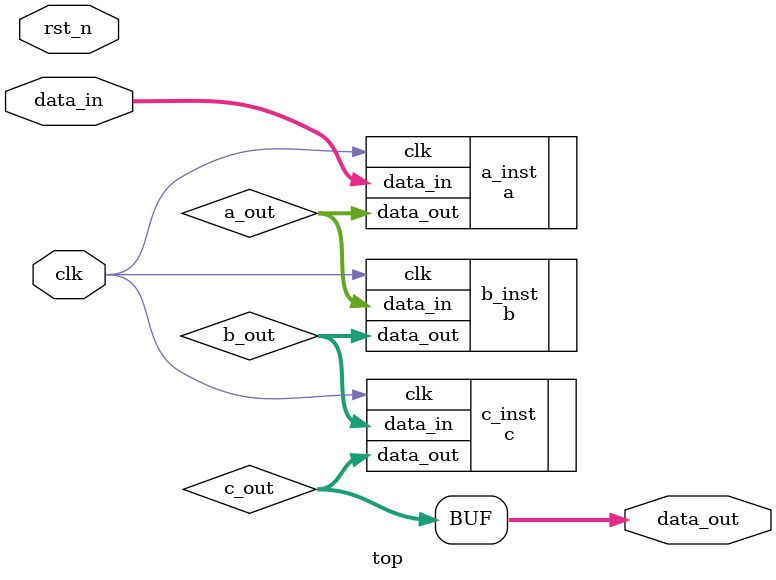
<source format=sv>
module top (
    input logic clk,
    input logic rst_n,
    input logic [7:0] data_in,
    output logic [7:0] data_out
);
    logic [7:0] a_out, b_out, c_out;

    // Instantiate submodules
    a a_inst (
        .clk(clk),
        .data_in(data_in),
        .data_out(a_out)
    );

    b b_inst (
        .clk(clk),
        .data_in(a_out),
        .data_out(b_out)
    );

    c c_inst (
        .clk(clk),
        .data_in(b_out),
        .data_out(c_out)
    );

    assign data_out = c_out;

endmodule

</source>
